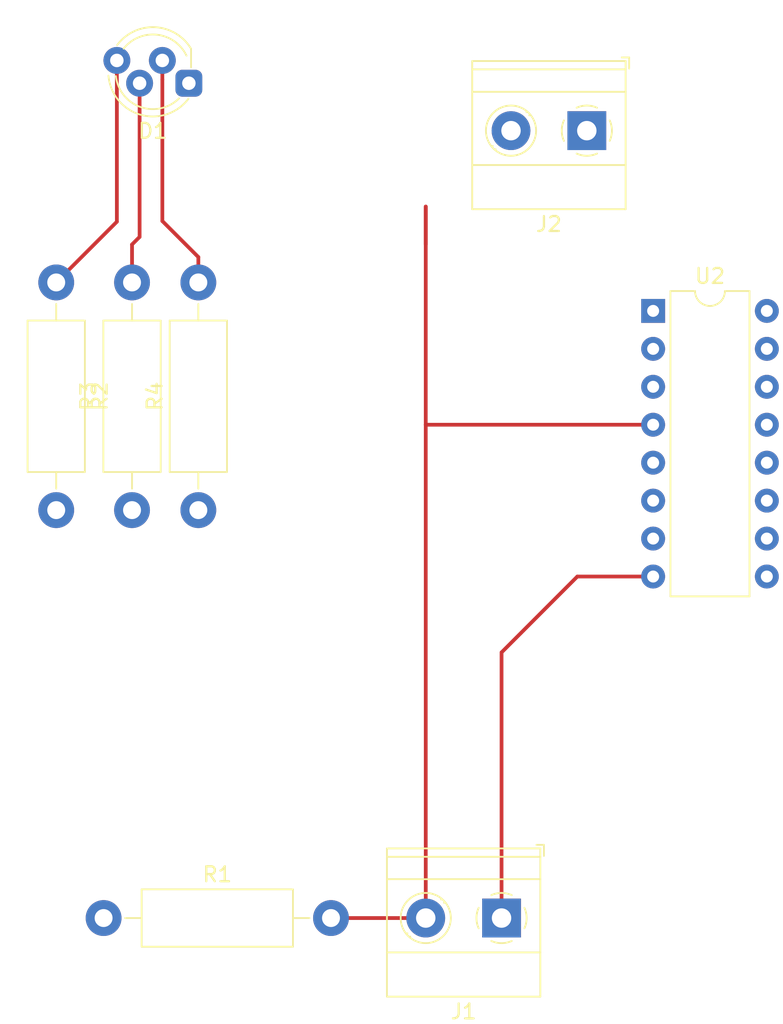
<source format=kicad_pcb>
(kicad_pcb (version 20171130) (host pcbnew "(5.1.4)-1")

  (general
    (thickness 1.6)
    (drawings 0)
    (tracks 17)
    (zones 0)
    (modules 8)
    (nets 21)
  )

  (page A4)
  (layers
    (0 F.Cu signal)
    (31 B.Cu signal)
    (32 B.Adhes user)
    (33 F.Adhes user)
    (34 B.Paste user)
    (35 F.Paste user)
    (36 B.SilkS user)
    (37 F.SilkS user)
    (38 B.Mask user)
    (39 F.Mask user)
    (40 Dwgs.User user)
    (41 Cmts.User user)
    (42 Eco1.User user)
    (43 Eco2.User user)
    (44 Edge.Cuts user)
    (45 Margin user)
    (46 B.CrtYd user)
    (47 F.CrtYd user)
    (48 B.Fab user)
    (49 F.Fab user)
  )

  (setup
    (last_trace_width 0.25)
    (trace_clearance 0.2)
    (zone_clearance 0.508)
    (zone_45_only no)
    (trace_min 0.2)
    (via_size 0.8)
    (via_drill 0.4)
    (via_min_size 0.4)
    (via_min_drill 0.3)
    (uvia_size 0.3)
    (uvia_drill 0.1)
    (uvias_allowed no)
    (uvia_min_size 0.2)
    (uvia_min_drill 0.1)
    (edge_width 0.05)
    (segment_width 0.2)
    (pcb_text_width 0.3)
    (pcb_text_size 1.5 1.5)
    (mod_edge_width 0.12)
    (mod_text_size 1 1)
    (mod_text_width 0.15)
    (pad_size 1.524 1.524)
    (pad_drill 0.762)
    (pad_to_mask_clearance 0.051)
    (solder_mask_min_width 0.25)
    (aux_axis_origin 0 0)
    (visible_elements FFFFFF7F)
    (pcbplotparams
      (layerselection 0x010fc_ffffffff)
      (usegerberextensions false)
      (usegerberattributes false)
      (usegerberadvancedattributes false)
      (creategerberjobfile false)
      (excludeedgelayer true)
      (linewidth 0.100000)
      (plotframeref false)
      (viasonmask false)
      (mode 1)
      (useauxorigin false)
      (hpglpennumber 1)
      (hpglpenspeed 20)
      (hpglpendiameter 15.000000)
      (psnegative false)
      (psa4output false)
      (plotreference true)
      (plotvalue true)
      (plotinvisibletext false)
      (padsonsilk false)
      (subtractmaskfromsilk false)
      (outputformat 1)
      (mirror false)
      (drillshape 1)
      (scaleselection 1)
      (outputdirectory ""))
  )

  (net 0 "")
  (net 1 "Net-(D1-Pad4)")
  (net 2 "Net-(D1-Pad3)")
  (net 3 "Net-(D1-Pad2)")
  (net 4 "Net-(D1-Pad1)")
  (net 5 "Net-(J1-Pad2)")
  (net 6 "Net-(J1-Pad1)")
  (net 7 "Net-(J2-Pad1)")
  (net 8 "Net-(J2-Pad2)")
  (net 9 "Net-(R1-Pad1)")
  (net 10 "Net-(R2-Pad2)")
  (net 11 "Net-(R3-Pad1)")
  (net 12 "Net-(R4-Pad1)")
  (net 13 "Net-(U1-Pad~)")
  (net 14 "Net-(U2-Pad9)")
  (net 15 "Net-(U2-Pad10)")
  (net 16 "Net-(U2-Pad11)")
  (net 17 "Net-(U2-Pad12)")
  (net 18 "Net-(U2-Pad13)")
  (net 19 "Net-(U2-Pad14)")
  (net 20 "Net-(U2-Pad15)")

  (net_class Default "This is the default net class."
    (clearance 0.2)
    (trace_width 0.25)
    (via_dia 0.8)
    (via_drill 0.4)
    (uvia_dia 0.3)
    (uvia_drill 0.1)
    (add_net "Net-(D1-Pad1)")
    (add_net "Net-(D1-Pad2)")
    (add_net "Net-(D1-Pad3)")
    (add_net "Net-(D1-Pad4)")
    (add_net "Net-(J1-Pad1)")
    (add_net "Net-(J1-Pad2)")
    (add_net "Net-(J2-Pad1)")
    (add_net "Net-(J2-Pad2)")
    (add_net "Net-(R1-Pad1)")
    (add_net "Net-(R2-Pad2)")
    (add_net "Net-(R3-Pad1)")
    (add_net "Net-(R4-Pad1)")
    (add_net "Net-(U1-Pad~)")
    (add_net "Net-(U2-Pad10)")
    (add_net "Net-(U2-Pad11)")
    (add_net "Net-(U2-Pad12)")
    (add_net "Net-(U2-Pad13)")
    (add_net "Net-(U2-Pad14)")
    (add_net "Net-(U2-Pad15)")
    (add_net "Net-(U2-Pad9)")
  )

  (module LED_THT:LED_D5.0mm-4_RGB_Staggered_Pins (layer F.Cu) (tedit 5B74F6B5) (tstamp 5E8816FE)
    (at 145.415 66.04 180)
    (descr "LED, diameter 5.0mm, 2 pins, diameter 5.0mm, 3 pins, diameter 5.0mm, 4 pins, http://www.kingbright.com/attachments/file/psearch/000/00/00/L-154A4SUREQBFZGEW(Ver.9A).pdf")
    (tags "LED diameter 5.0mm 2 pins diameter 5.0mm 3 pins diameter 5.0mm 4 pins RGB RGBLED")
    (path /5E87F35C)
    (fp_text reference D1 (at 2.413 -3.198) (layer F.SilkS)
      (effects (font (size 1 1) (thickness 0.15)))
    )
    (fp_text value LED_ARGB (at 2.667 4.722) (layer F.Fab)
      (effects (font (size 1 1) (thickness 0.15)))
    )
    (fp_line (start -0.147 1.061188) (end -0.147 2.307) (layer F.SilkS) (width 0.12))
    (fp_line (start -0.087 -0.707694) (end -0.087 2.231694) (layer F.Fab) (width 0.1))
    (fp_circle (center 2.413 0.762) (end 4.913 0.762) (layer F.Fab) (width 0.1))
    (fp_arc (start 2.413 0.762) (end 0.158316 1.842) (angle -116) (layer F.SilkS) (width 0.12))
    (fp_arc (start 2.413 0.762) (end -0.147 2.30683) (angle -112) (layer F.SilkS) (width 0.12))
    (fp_arc (start 2.413 0.762) (end 0.028 -1.038) (angle 138) (layer F.SilkS) (width 0.12))
    (fp_arc (start 2.413 0.762) (end -0.087 -0.707694) (angle 299.1) (layer F.Fab) (width 0.1))
    (fp_arc (start 2.413 0.762) (end 0.660401 -1.015999) (angle 128) (layer F.SilkS) (width 0.12))
    (fp_text user %R (at 2.413 -3.198) (layer F.Fab)
      (effects (font (size 1 1) (thickness 0.15)))
    )
    (fp_line (start 5.84 -2.49) (end 5.84 4.01) (layer F.CrtYd) (width 0.05))
    (fp_line (start 5.84 4.01) (end -1.02 4.01) (layer F.CrtYd) (width 0.05))
    (fp_line (start -1.02 4.01) (end -1.02 -2.49) (layer F.CrtYd) (width 0.05))
    (fp_line (start -1.02 -2.49) (end 5.83 -2.49) (layer F.CrtYd) (width 0.05))
    (pad 4 thru_hole circle (at 4.826 1.524 180) (size 1.8 1.8) (drill 0.9) (layers *.Cu *.Mask)
      (net 1 "Net-(D1-Pad4)"))
    (pad 3 thru_hole circle (at 3.302 0 180) (size 1.8 1.8) (drill 0.9) (layers *.Cu *.Mask)
      (net 2 "Net-(D1-Pad3)"))
    (pad 2 thru_hole circle (at 1.778 1.524 180) (size 1.8 1.8) (drill 0.9) (layers *.Cu *.Mask)
      (net 3 "Net-(D1-Pad2)"))
    (pad 1 thru_hole roundrect (at 0 0 180) (size 1.8 1.8) (drill 0.9) (layers *.Cu *.Mask) (roundrect_rratio 0.25)
      (net 4 "Net-(D1-Pad1)"))
    (model ${KISYS3DMOD}/LED_THT.3dshapes/LED_D5.0mm-4_RGB_Staggered_Pins.wrl
      (at (xyz 0 0 0))
      (scale (xyz 1 1 1))
      (rotate (xyz 0 0 0))
    )
  )

  (module TerminalBlock_Phoenix:TerminalBlock_Phoenix_MKDS-1,5-2-5.08_1x02_P5.08mm_Horizontal (layer F.Cu) (tedit 5B294EBC) (tstamp 5E88172A)
    (at 166.37 121.92 180)
    (descr "Terminal Block Phoenix MKDS-1,5-2-5.08, 2 pins, pitch 5.08mm, size 10.2x9.8mm^2, drill diamater 1.3mm, pad diameter 2.6mm, see http://www.farnell.com/datasheets/100425.pdf, script-generated using https://github.com/pointhi/kicad-footprint-generator/scripts/TerminalBlock_Phoenix")
    (tags "THT Terminal Block Phoenix MKDS-1,5-2-5.08 pitch 5.08mm size 10.2x9.8mm^2 drill 1.3mm pad 2.6mm")
    (path /5E8A5A25)
    (fp_text reference J1 (at 2.54 -6.26) (layer F.SilkS)
      (effects (font (size 1 1) (thickness 0.15)))
    )
    (fp_text value Conn_01x02_Male (at 2.54 5.66) (layer F.Fab)
      (effects (font (size 1 1) (thickness 0.15)))
    )
    (fp_text user %R (at 2.54 3.2) (layer F.Fab)
      (effects (font (size 1 1) (thickness 0.15)))
    )
    (fp_line (start 8.13 -5.71) (end -3.04 -5.71) (layer F.CrtYd) (width 0.05))
    (fp_line (start 8.13 5.1) (end 8.13 -5.71) (layer F.CrtYd) (width 0.05))
    (fp_line (start -3.04 5.1) (end 8.13 5.1) (layer F.CrtYd) (width 0.05))
    (fp_line (start -3.04 -5.71) (end -3.04 5.1) (layer F.CrtYd) (width 0.05))
    (fp_line (start -2.84 4.9) (end -2.34 4.9) (layer F.SilkS) (width 0.12))
    (fp_line (start -2.84 4.16) (end -2.84 4.9) (layer F.SilkS) (width 0.12))
    (fp_line (start 3.853 1.023) (end 3.806 1.069) (layer F.SilkS) (width 0.12))
    (fp_line (start 6.15 -1.275) (end 6.115 -1.239) (layer F.SilkS) (width 0.12))
    (fp_line (start 4.046 1.239) (end 4.011 1.274) (layer F.SilkS) (width 0.12))
    (fp_line (start 6.355 -1.069) (end 6.308 -1.023) (layer F.SilkS) (width 0.12))
    (fp_line (start 6.035 -1.138) (end 3.943 0.955) (layer F.Fab) (width 0.1))
    (fp_line (start 6.218 -0.955) (end 4.126 1.138) (layer F.Fab) (width 0.1))
    (fp_line (start 0.955 -1.138) (end -1.138 0.955) (layer F.Fab) (width 0.1))
    (fp_line (start 1.138 -0.955) (end -0.955 1.138) (layer F.Fab) (width 0.1))
    (fp_line (start 7.68 -5.261) (end 7.68 4.66) (layer F.SilkS) (width 0.12))
    (fp_line (start -2.6 -5.261) (end -2.6 4.66) (layer F.SilkS) (width 0.12))
    (fp_line (start -2.6 4.66) (end 7.68 4.66) (layer F.SilkS) (width 0.12))
    (fp_line (start -2.6 -5.261) (end 7.68 -5.261) (layer F.SilkS) (width 0.12))
    (fp_line (start -2.6 -2.301) (end 7.68 -2.301) (layer F.SilkS) (width 0.12))
    (fp_line (start -2.54 -2.3) (end 7.62 -2.3) (layer F.Fab) (width 0.1))
    (fp_line (start -2.6 2.6) (end 7.68 2.6) (layer F.SilkS) (width 0.12))
    (fp_line (start -2.54 2.6) (end 7.62 2.6) (layer F.Fab) (width 0.1))
    (fp_line (start -2.6 4.1) (end 7.68 4.1) (layer F.SilkS) (width 0.12))
    (fp_line (start -2.54 4.1) (end 7.62 4.1) (layer F.Fab) (width 0.1))
    (fp_line (start -2.54 4.1) (end -2.54 -5.2) (layer F.Fab) (width 0.1))
    (fp_line (start -2.04 4.6) (end -2.54 4.1) (layer F.Fab) (width 0.1))
    (fp_line (start 7.62 4.6) (end -2.04 4.6) (layer F.Fab) (width 0.1))
    (fp_line (start 7.62 -5.2) (end 7.62 4.6) (layer F.Fab) (width 0.1))
    (fp_line (start -2.54 -5.2) (end 7.62 -5.2) (layer F.Fab) (width 0.1))
    (fp_circle (center 5.08 0) (end 6.76 0) (layer F.SilkS) (width 0.12))
    (fp_circle (center 5.08 0) (end 6.58 0) (layer F.Fab) (width 0.1))
    (fp_circle (center 0 0) (end 1.5 0) (layer F.Fab) (width 0.1))
    (fp_arc (start 0 0) (end -0.684 1.535) (angle -25) (layer F.SilkS) (width 0.12))
    (fp_arc (start 0 0) (end -1.535 -0.684) (angle -48) (layer F.SilkS) (width 0.12))
    (fp_arc (start 0 0) (end 0.684 -1.535) (angle -48) (layer F.SilkS) (width 0.12))
    (fp_arc (start 0 0) (end 1.535 0.684) (angle -48) (layer F.SilkS) (width 0.12))
    (fp_arc (start 0 0) (end 0 1.68) (angle -24) (layer F.SilkS) (width 0.12))
    (pad 2 thru_hole circle (at 5.08 0 180) (size 2.6 2.6) (drill 1.3) (layers *.Cu *.Mask)
      (net 5 "Net-(J1-Pad2)"))
    (pad 1 thru_hole rect (at 0 0 180) (size 2.6 2.6) (drill 1.3) (layers *.Cu *.Mask)
      (net 6 "Net-(J1-Pad1)"))
    (model ${KISYS3DMOD}/TerminalBlock_Phoenix.3dshapes/TerminalBlock_Phoenix_MKDS-1,5-2-5.08_1x02_P5.08mm_Horizontal.wrl
      (at (xyz 0 0 0))
      (scale (xyz 1 1 1))
      (rotate (xyz 0 0 0))
    )
  )

  (module TerminalBlock_Phoenix:TerminalBlock_Phoenix_MKDS-1,5-2-5.08_1x02_P5.08mm_Horizontal (layer F.Cu) (tedit 5B294EBC) (tstamp 5E881756)
    (at 172.085 69.215 180)
    (descr "Terminal Block Phoenix MKDS-1,5-2-5.08, 2 pins, pitch 5.08mm, size 10.2x9.8mm^2, drill diamater 1.3mm, pad diameter 2.6mm, see http://www.farnell.com/datasheets/100425.pdf, script-generated using https://github.com/pointhi/kicad-footprint-generator/scripts/TerminalBlock_Phoenix")
    (tags "THT Terminal Block Phoenix MKDS-1,5-2-5.08 pitch 5.08mm size 10.2x9.8mm^2 drill 1.3mm pad 2.6mm")
    (path /5E87FCC4)
    (fp_text reference J2 (at 2.54 -6.26) (layer F.SilkS)
      (effects (font (size 1 1) (thickness 0.15)))
    )
    (fp_text value Conn_01x02_Female (at 2.54 5.66) (layer F.Fab)
      (effects (font (size 1 1) (thickness 0.15)))
    )
    (fp_arc (start 0 0) (end 0 1.68) (angle -24) (layer F.SilkS) (width 0.12))
    (fp_arc (start 0 0) (end 1.535 0.684) (angle -48) (layer F.SilkS) (width 0.12))
    (fp_arc (start 0 0) (end 0.684 -1.535) (angle -48) (layer F.SilkS) (width 0.12))
    (fp_arc (start 0 0) (end -1.535 -0.684) (angle -48) (layer F.SilkS) (width 0.12))
    (fp_arc (start 0 0) (end -0.684 1.535) (angle -25) (layer F.SilkS) (width 0.12))
    (fp_circle (center 0 0) (end 1.5 0) (layer F.Fab) (width 0.1))
    (fp_circle (center 5.08 0) (end 6.58 0) (layer F.Fab) (width 0.1))
    (fp_circle (center 5.08 0) (end 6.76 0) (layer F.SilkS) (width 0.12))
    (fp_line (start -2.54 -5.2) (end 7.62 -5.2) (layer F.Fab) (width 0.1))
    (fp_line (start 7.62 -5.2) (end 7.62 4.6) (layer F.Fab) (width 0.1))
    (fp_line (start 7.62 4.6) (end -2.04 4.6) (layer F.Fab) (width 0.1))
    (fp_line (start -2.04 4.6) (end -2.54 4.1) (layer F.Fab) (width 0.1))
    (fp_line (start -2.54 4.1) (end -2.54 -5.2) (layer F.Fab) (width 0.1))
    (fp_line (start -2.54 4.1) (end 7.62 4.1) (layer F.Fab) (width 0.1))
    (fp_line (start -2.6 4.1) (end 7.68 4.1) (layer F.SilkS) (width 0.12))
    (fp_line (start -2.54 2.6) (end 7.62 2.6) (layer F.Fab) (width 0.1))
    (fp_line (start -2.6 2.6) (end 7.68 2.6) (layer F.SilkS) (width 0.12))
    (fp_line (start -2.54 -2.3) (end 7.62 -2.3) (layer F.Fab) (width 0.1))
    (fp_line (start -2.6 -2.301) (end 7.68 -2.301) (layer F.SilkS) (width 0.12))
    (fp_line (start -2.6 -5.261) (end 7.68 -5.261) (layer F.SilkS) (width 0.12))
    (fp_line (start -2.6 4.66) (end 7.68 4.66) (layer F.SilkS) (width 0.12))
    (fp_line (start -2.6 -5.261) (end -2.6 4.66) (layer F.SilkS) (width 0.12))
    (fp_line (start 7.68 -5.261) (end 7.68 4.66) (layer F.SilkS) (width 0.12))
    (fp_line (start 1.138 -0.955) (end -0.955 1.138) (layer F.Fab) (width 0.1))
    (fp_line (start 0.955 -1.138) (end -1.138 0.955) (layer F.Fab) (width 0.1))
    (fp_line (start 6.218 -0.955) (end 4.126 1.138) (layer F.Fab) (width 0.1))
    (fp_line (start 6.035 -1.138) (end 3.943 0.955) (layer F.Fab) (width 0.1))
    (fp_line (start 6.355 -1.069) (end 6.308 -1.023) (layer F.SilkS) (width 0.12))
    (fp_line (start 4.046 1.239) (end 4.011 1.274) (layer F.SilkS) (width 0.12))
    (fp_line (start 6.15 -1.275) (end 6.115 -1.239) (layer F.SilkS) (width 0.12))
    (fp_line (start 3.853 1.023) (end 3.806 1.069) (layer F.SilkS) (width 0.12))
    (fp_line (start -2.84 4.16) (end -2.84 4.9) (layer F.SilkS) (width 0.12))
    (fp_line (start -2.84 4.9) (end -2.34 4.9) (layer F.SilkS) (width 0.12))
    (fp_line (start -3.04 -5.71) (end -3.04 5.1) (layer F.CrtYd) (width 0.05))
    (fp_line (start -3.04 5.1) (end 8.13 5.1) (layer F.CrtYd) (width 0.05))
    (fp_line (start 8.13 5.1) (end 8.13 -5.71) (layer F.CrtYd) (width 0.05))
    (fp_line (start 8.13 -5.71) (end -3.04 -5.71) (layer F.CrtYd) (width 0.05))
    (fp_text user %R (at 2.54 3.2) (layer F.Fab)
      (effects (font (size 1 1) (thickness 0.15)))
    )
    (pad 1 thru_hole rect (at 0 0 180) (size 2.6 2.6) (drill 1.3) (layers *.Cu *.Mask)
      (net 7 "Net-(J2-Pad1)"))
    (pad 2 thru_hole circle (at 5.08 0 180) (size 2.6 2.6) (drill 1.3) (layers *.Cu *.Mask)
      (net 8 "Net-(J2-Pad2)"))
    (model ${KISYS3DMOD}/TerminalBlock_Phoenix.3dshapes/TerminalBlock_Phoenix_MKDS-1,5-2-5.08_1x02_P5.08mm_Horizontal.wrl
      (at (xyz 0 0 0))
      (scale (xyz 1 1 1))
      (rotate (xyz 0 0 0))
    )
  )

  (module Resistor_THT:R_Axial_DIN0411_L9.9mm_D3.6mm_P15.24mm_Horizontal (layer F.Cu) (tedit 5AE5139B) (tstamp 5E88176D)
    (at 139.7 121.92)
    (descr "Resistor, Axial_DIN0411 series, Axial, Horizontal, pin pitch=15.24mm, 1W, length*diameter=9.9*3.6mm^2")
    (tags "Resistor Axial_DIN0411 series Axial Horizontal pin pitch 15.24mm 1W length 9.9mm diameter 3.6mm")
    (path /5E87CA3F)
    (fp_text reference R1 (at 7.62 -2.92) (layer F.SilkS)
      (effects (font (size 1 1) (thickness 0.15)))
    )
    (fp_text value R (at 7.62 2.92) (layer F.Fab)
      (effects (font (size 1 1) (thickness 0.15)))
    )
    (fp_line (start 2.67 -1.8) (end 2.67 1.8) (layer F.Fab) (width 0.1))
    (fp_line (start 2.67 1.8) (end 12.57 1.8) (layer F.Fab) (width 0.1))
    (fp_line (start 12.57 1.8) (end 12.57 -1.8) (layer F.Fab) (width 0.1))
    (fp_line (start 12.57 -1.8) (end 2.67 -1.8) (layer F.Fab) (width 0.1))
    (fp_line (start 0 0) (end 2.67 0) (layer F.Fab) (width 0.1))
    (fp_line (start 15.24 0) (end 12.57 0) (layer F.Fab) (width 0.1))
    (fp_line (start 2.55 -1.92) (end 2.55 1.92) (layer F.SilkS) (width 0.12))
    (fp_line (start 2.55 1.92) (end 12.69 1.92) (layer F.SilkS) (width 0.12))
    (fp_line (start 12.69 1.92) (end 12.69 -1.92) (layer F.SilkS) (width 0.12))
    (fp_line (start 12.69 -1.92) (end 2.55 -1.92) (layer F.SilkS) (width 0.12))
    (fp_line (start 1.44 0) (end 2.55 0) (layer F.SilkS) (width 0.12))
    (fp_line (start 13.8 0) (end 12.69 0) (layer F.SilkS) (width 0.12))
    (fp_line (start -1.45 -2.05) (end -1.45 2.05) (layer F.CrtYd) (width 0.05))
    (fp_line (start -1.45 2.05) (end 16.69 2.05) (layer F.CrtYd) (width 0.05))
    (fp_line (start 16.69 2.05) (end 16.69 -2.05) (layer F.CrtYd) (width 0.05))
    (fp_line (start 16.69 -2.05) (end -1.45 -2.05) (layer F.CrtYd) (width 0.05))
    (fp_text user %R (at 7.62 0) (layer F.Fab)
      (effects (font (size 1 1) (thickness 0.15)))
    )
    (pad 1 thru_hole circle (at 0 0) (size 2.4 2.4) (drill 1.2) (layers *.Cu *.Mask)
      (net 9 "Net-(R1-Pad1)"))
    (pad 2 thru_hole oval (at 15.24 0) (size 2.4 2.4) (drill 1.2) (layers *.Cu *.Mask)
      (net 5 "Net-(J1-Pad2)"))
    (model ${KISYS3DMOD}/Resistor_THT.3dshapes/R_Axial_DIN0411_L9.9mm_D3.6mm_P15.24mm_Horizontal.wrl
      (at (xyz 0 0 0))
      (scale (xyz 1 1 1))
      (rotate (xyz 0 0 0))
    )
  )

  (module Resistor_THT:R_Axial_DIN0411_L9.9mm_D3.6mm_P15.24mm_Horizontal (layer F.Cu) (tedit 5AE5139B) (tstamp 5E881784)
    (at 136.525 79.375 270)
    (descr "Resistor, Axial_DIN0411 series, Axial, Horizontal, pin pitch=15.24mm, 1W, length*diameter=9.9*3.6mm^2")
    (tags "Resistor Axial_DIN0411 series Axial Horizontal pin pitch 15.24mm 1W length 9.9mm diameter 3.6mm")
    (path /5E87CD55)
    (fp_text reference R2 (at 7.62 -2.92 90) (layer F.SilkS)
      (effects (font (size 1 1) (thickness 0.15)))
    )
    (fp_text value R (at 7.62 2.92 90) (layer F.Fab)
      (effects (font (size 1 1) (thickness 0.15)))
    )
    (fp_text user %R (at 7.62 0 270) (layer F.Fab)
      (effects (font (size 1 1) (thickness 0.15)))
    )
    (fp_line (start 16.69 -2.05) (end -1.45 -2.05) (layer F.CrtYd) (width 0.05))
    (fp_line (start 16.69 2.05) (end 16.69 -2.05) (layer F.CrtYd) (width 0.05))
    (fp_line (start -1.45 2.05) (end 16.69 2.05) (layer F.CrtYd) (width 0.05))
    (fp_line (start -1.45 -2.05) (end -1.45 2.05) (layer F.CrtYd) (width 0.05))
    (fp_line (start 13.8 0) (end 12.69 0) (layer F.SilkS) (width 0.12))
    (fp_line (start 1.44 0) (end 2.55 0) (layer F.SilkS) (width 0.12))
    (fp_line (start 12.69 -1.92) (end 2.55 -1.92) (layer F.SilkS) (width 0.12))
    (fp_line (start 12.69 1.92) (end 12.69 -1.92) (layer F.SilkS) (width 0.12))
    (fp_line (start 2.55 1.92) (end 12.69 1.92) (layer F.SilkS) (width 0.12))
    (fp_line (start 2.55 -1.92) (end 2.55 1.92) (layer F.SilkS) (width 0.12))
    (fp_line (start 15.24 0) (end 12.57 0) (layer F.Fab) (width 0.1))
    (fp_line (start 0 0) (end 2.67 0) (layer F.Fab) (width 0.1))
    (fp_line (start 12.57 -1.8) (end 2.67 -1.8) (layer F.Fab) (width 0.1))
    (fp_line (start 12.57 1.8) (end 12.57 -1.8) (layer F.Fab) (width 0.1))
    (fp_line (start 2.67 1.8) (end 12.57 1.8) (layer F.Fab) (width 0.1))
    (fp_line (start 2.67 -1.8) (end 2.67 1.8) (layer F.Fab) (width 0.1))
    (pad 2 thru_hole oval (at 15.24 0 270) (size 2.4 2.4) (drill 1.2) (layers *.Cu *.Mask)
      (net 10 "Net-(R2-Pad2)"))
    (pad 1 thru_hole circle (at 0 0 270) (size 2.4 2.4) (drill 1.2) (layers *.Cu *.Mask)
      (net 1 "Net-(D1-Pad4)"))
    (model ${KISYS3DMOD}/Resistor_THT.3dshapes/R_Axial_DIN0411_L9.9mm_D3.6mm_P15.24mm_Horizontal.wrl
      (at (xyz 0 0 0))
      (scale (xyz 1 1 1))
      (rotate (xyz 0 0 0))
    )
  )

  (module Resistor_THT:R_Axial_DIN0411_L9.9mm_D3.6mm_P15.24mm_Horizontal (layer F.Cu) (tedit 5AE5139B) (tstamp 5E88179B)
    (at 141.605 94.615 90)
    (descr "Resistor, Axial_DIN0411 series, Axial, Horizontal, pin pitch=15.24mm, 1W, length*diameter=9.9*3.6mm^2")
    (tags "Resistor Axial_DIN0411 series Axial Horizontal pin pitch 15.24mm 1W length 9.9mm diameter 3.6mm")
    (path /5E87D59B)
    (fp_text reference R3 (at 7.62 -2.92 90) (layer F.SilkS)
      (effects (font (size 1 1) (thickness 0.15)))
    )
    (fp_text value R (at 7.62 2.92 90) (layer F.Fab)
      (effects (font (size 1 1) (thickness 0.15)))
    )
    (fp_line (start 2.67 -1.8) (end 2.67 1.8) (layer F.Fab) (width 0.1))
    (fp_line (start 2.67 1.8) (end 12.57 1.8) (layer F.Fab) (width 0.1))
    (fp_line (start 12.57 1.8) (end 12.57 -1.8) (layer F.Fab) (width 0.1))
    (fp_line (start 12.57 -1.8) (end 2.67 -1.8) (layer F.Fab) (width 0.1))
    (fp_line (start 0 0) (end 2.67 0) (layer F.Fab) (width 0.1))
    (fp_line (start 15.24 0) (end 12.57 0) (layer F.Fab) (width 0.1))
    (fp_line (start 2.55 -1.92) (end 2.55 1.92) (layer F.SilkS) (width 0.12))
    (fp_line (start 2.55 1.92) (end 12.69 1.92) (layer F.SilkS) (width 0.12))
    (fp_line (start 12.69 1.92) (end 12.69 -1.92) (layer F.SilkS) (width 0.12))
    (fp_line (start 12.69 -1.92) (end 2.55 -1.92) (layer F.SilkS) (width 0.12))
    (fp_line (start 1.44 0) (end 2.55 0) (layer F.SilkS) (width 0.12))
    (fp_line (start 13.8 0) (end 12.69 0) (layer F.SilkS) (width 0.12))
    (fp_line (start -1.45 -2.05) (end -1.45 2.05) (layer F.CrtYd) (width 0.05))
    (fp_line (start -1.45 2.05) (end 16.69 2.05) (layer F.CrtYd) (width 0.05))
    (fp_line (start 16.69 2.05) (end 16.69 -2.05) (layer F.CrtYd) (width 0.05))
    (fp_line (start 16.69 -2.05) (end -1.45 -2.05) (layer F.CrtYd) (width 0.05))
    (fp_text user %R (at 7.62 0 90) (layer F.Fab)
      (effects (font (size 1 1) (thickness 0.15)))
    )
    (pad 1 thru_hole circle (at 0 0 90) (size 2.4 2.4) (drill 1.2) (layers *.Cu *.Mask)
      (net 11 "Net-(R3-Pad1)"))
    (pad 2 thru_hole oval (at 15.24 0 90) (size 2.4 2.4) (drill 1.2) (layers *.Cu *.Mask)
      (net 2 "Net-(D1-Pad3)"))
    (model ${KISYS3DMOD}/Resistor_THT.3dshapes/R_Axial_DIN0411_L9.9mm_D3.6mm_P15.24mm_Horizontal.wrl
      (at (xyz 0 0 0))
      (scale (xyz 1 1 1))
      (rotate (xyz 0 0 0))
    )
  )

  (module Resistor_THT:R_Axial_DIN0411_L9.9mm_D3.6mm_P15.24mm_Horizontal (layer F.Cu) (tedit 5AE5139B) (tstamp 5E8817B2)
    (at 146.05 94.615 90)
    (descr "Resistor, Axial_DIN0411 series, Axial, Horizontal, pin pitch=15.24mm, 1W, length*diameter=9.9*3.6mm^2")
    (tags "Resistor Axial_DIN0411 series Axial Horizontal pin pitch 15.24mm 1W length 9.9mm diameter 3.6mm")
    (path /5E87D5A1)
    (fp_text reference R4 (at 7.62 -2.92 90) (layer F.SilkS)
      (effects (font (size 1 1) (thickness 0.15)))
    )
    (fp_text value R (at 7.62 2.92 90) (layer F.Fab)
      (effects (font (size 1 1) (thickness 0.15)))
    )
    (fp_text user %R (at 7.62 0 90) (layer F.Fab)
      (effects (font (size 1 1) (thickness 0.15)))
    )
    (fp_line (start 16.69 -2.05) (end -1.45 -2.05) (layer F.CrtYd) (width 0.05))
    (fp_line (start 16.69 2.05) (end 16.69 -2.05) (layer F.CrtYd) (width 0.05))
    (fp_line (start -1.45 2.05) (end 16.69 2.05) (layer F.CrtYd) (width 0.05))
    (fp_line (start -1.45 -2.05) (end -1.45 2.05) (layer F.CrtYd) (width 0.05))
    (fp_line (start 13.8 0) (end 12.69 0) (layer F.SilkS) (width 0.12))
    (fp_line (start 1.44 0) (end 2.55 0) (layer F.SilkS) (width 0.12))
    (fp_line (start 12.69 -1.92) (end 2.55 -1.92) (layer F.SilkS) (width 0.12))
    (fp_line (start 12.69 1.92) (end 12.69 -1.92) (layer F.SilkS) (width 0.12))
    (fp_line (start 2.55 1.92) (end 12.69 1.92) (layer F.SilkS) (width 0.12))
    (fp_line (start 2.55 -1.92) (end 2.55 1.92) (layer F.SilkS) (width 0.12))
    (fp_line (start 15.24 0) (end 12.57 0) (layer F.Fab) (width 0.1))
    (fp_line (start 0 0) (end 2.67 0) (layer F.Fab) (width 0.1))
    (fp_line (start 12.57 -1.8) (end 2.67 -1.8) (layer F.Fab) (width 0.1))
    (fp_line (start 12.57 1.8) (end 12.57 -1.8) (layer F.Fab) (width 0.1))
    (fp_line (start 2.67 1.8) (end 12.57 1.8) (layer F.Fab) (width 0.1))
    (fp_line (start 2.67 -1.8) (end 2.67 1.8) (layer F.Fab) (width 0.1))
    (pad 2 thru_hole oval (at 15.24 0 90) (size 2.4 2.4) (drill 1.2) (layers *.Cu *.Mask)
      (net 3 "Net-(D1-Pad2)"))
    (pad 1 thru_hole circle (at 0 0 90) (size 2.4 2.4) (drill 1.2) (layers *.Cu *.Mask)
      (net 12 "Net-(R4-Pad1)"))
    (model ${KISYS3DMOD}/Resistor_THT.3dshapes/R_Axial_DIN0411_L9.9mm_D3.6mm_P15.24mm_Horizontal.wrl
      (at (xyz 0 0 0))
      (scale (xyz 1 1 1))
      (rotate (xyz 0 0 0))
    )
  )

  (module Package_DIP:DIP-16_W7.62mm (layer F.Cu) (tedit 5A02E8C5) (tstamp 5E8817D6)
    (at 176.53 81.28)
    (descr "16-lead though-hole mounted DIP package, row spacing 7.62 mm (300 mils)")
    (tags "THT DIP DIL PDIP 2.54mm 7.62mm 300mil")
    (path /5E8802C8)
    (fp_text reference U2 (at 3.81 -2.33) (layer F.SilkS)
      (effects (font (size 1 1) (thickness 0.15)))
    )
    (fp_text value L293D (at 3.81 20.11) (layer F.Fab)
      (effects (font (size 1 1) (thickness 0.15)))
    )
    (fp_arc (start 3.81 -1.33) (end 2.81 -1.33) (angle -180) (layer F.SilkS) (width 0.12))
    (fp_line (start 1.635 -1.27) (end 6.985 -1.27) (layer F.Fab) (width 0.1))
    (fp_line (start 6.985 -1.27) (end 6.985 19.05) (layer F.Fab) (width 0.1))
    (fp_line (start 6.985 19.05) (end 0.635 19.05) (layer F.Fab) (width 0.1))
    (fp_line (start 0.635 19.05) (end 0.635 -0.27) (layer F.Fab) (width 0.1))
    (fp_line (start 0.635 -0.27) (end 1.635 -1.27) (layer F.Fab) (width 0.1))
    (fp_line (start 2.81 -1.33) (end 1.16 -1.33) (layer F.SilkS) (width 0.12))
    (fp_line (start 1.16 -1.33) (end 1.16 19.11) (layer F.SilkS) (width 0.12))
    (fp_line (start 1.16 19.11) (end 6.46 19.11) (layer F.SilkS) (width 0.12))
    (fp_line (start 6.46 19.11) (end 6.46 -1.33) (layer F.SilkS) (width 0.12))
    (fp_line (start 6.46 -1.33) (end 4.81 -1.33) (layer F.SilkS) (width 0.12))
    (fp_line (start -1.1 -1.55) (end -1.1 19.3) (layer F.CrtYd) (width 0.05))
    (fp_line (start -1.1 19.3) (end 8.7 19.3) (layer F.CrtYd) (width 0.05))
    (fp_line (start 8.7 19.3) (end 8.7 -1.55) (layer F.CrtYd) (width 0.05))
    (fp_line (start 8.7 -1.55) (end -1.1 -1.55) (layer F.CrtYd) (width 0.05))
    (fp_text user %R (at 3.81 8.89) (layer F.Fab)
      (effects (font (size 1 1) (thickness 0.15)))
    )
    (pad 1 thru_hole rect (at 0 0) (size 1.6 1.6) (drill 0.8) (layers *.Cu *.Mask)
      (net 13 "Net-(U1-Pad~)"))
    (pad 9 thru_hole oval (at 7.62 17.78) (size 1.6 1.6) (drill 0.8) (layers *.Cu *.Mask)
      (net 14 "Net-(U2-Pad9)"))
    (pad 2 thru_hole oval (at 0 2.54) (size 1.6 1.6) (drill 0.8) (layers *.Cu *.Mask)
      (net 13 "Net-(U1-Pad~)"))
    (pad 10 thru_hole oval (at 7.62 15.24) (size 1.6 1.6) (drill 0.8) (layers *.Cu *.Mask)
      (net 15 "Net-(U2-Pad10)"))
    (pad 3 thru_hole oval (at 0 5.08) (size 1.6 1.6) (drill 0.8) (layers *.Cu *.Mask)
      (net 7 "Net-(J2-Pad1)"))
    (pad 11 thru_hole oval (at 7.62 12.7) (size 1.6 1.6) (drill 0.8) (layers *.Cu *.Mask)
      (net 16 "Net-(U2-Pad11)"))
    (pad 4 thru_hole oval (at 0 7.62) (size 1.6 1.6) (drill 0.8) (layers *.Cu *.Mask)
      (net 5 "Net-(J1-Pad2)"))
    (pad 12 thru_hole oval (at 7.62 10.16) (size 1.6 1.6) (drill 0.8) (layers *.Cu *.Mask)
      (net 17 "Net-(U2-Pad12)"))
    (pad 5 thru_hole oval (at 0 10.16) (size 1.6 1.6) (drill 0.8) (layers *.Cu *.Mask)
      (net 5 "Net-(J1-Pad2)"))
    (pad 13 thru_hole oval (at 7.62 7.62) (size 1.6 1.6) (drill 0.8) (layers *.Cu *.Mask)
      (net 18 "Net-(U2-Pad13)"))
    (pad 6 thru_hole oval (at 0 12.7) (size 1.6 1.6) (drill 0.8) (layers *.Cu *.Mask)
      (net 8 "Net-(J2-Pad2)"))
    (pad 14 thru_hole oval (at 7.62 5.08) (size 1.6 1.6) (drill 0.8) (layers *.Cu *.Mask)
      (net 19 "Net-(U2-Pad14)"))
    (pad 7 thru_hole oval (at 0 15.24) (size 1.6 1.6) (drill 0.8) (layers *.Cu *.Mask)
      (net 13 "Net-(U1-Pad~)"))
    (pad 15 thru_hole oval (at 7.62 2.54) (size 1.6 1.6) (drill 0.8) (layers *.Cu *.Mask)
      (net 20 "Net-(U2-Pad15)"))
    (pad 8 thru_hole oval (at 0 17.78) (size 1.6 1.6) (drill 0.8) (layers *.Cu *.Mask)
      (net 6 "Net-(J1-Pad1)"))
    (pad 16 thru_hole oval (at 7.62 0) (size 1.6 1.6) (drill 0.8) (layers *.Cu *.Mask)
      (net 13 "Net-(U1-Pad~)"))
    (model ${KISYS3DMOD}/Package_DIP.3dshapes/DIP-16_W7.62mm.wrl
      (at (xyz 0 0 0))
      (scale (xyz 1 1 1))
      (rotate (xyz 0 0 0))
    )
  )

  (segment (start 140.589 75.311) (end 140.589 64.516) (width 0.25) (layer F.Cu) (net 1))
  (segment (start 136.525 79.375) (end 140.589 75.311) (width 0.25) (layer F.Cu) (net 1))
  (segment (start 141.605 79.375) (end 141.605 76.835) (width 0.25) (layer F.Cu) (net 2))
  (segment (start 142.113 76.327) (end 142.113 66.04) (width 0.25) (layer F.Cu) (net 2))
  (segment (start 141.605 76.835) (end 142.113 76.327) (width 0.25) (layer F.Cu) (net 2))
  (segment (start 143.637 65.788792) (end 143.637 64.516) (width 0.25) (layer F.Cu) (net 3))
  (segment (start 143.637 75.264944) (end 143.637 65.788792) (width 0.25) (layer F.Cu) (net 3))
  (segment (start 146.05 77.677944) (end 143.637 75.264944) (width 0.25) (layer F.Cu) (net 3))
  (segment (start 146.05 79.375) (end 146.05 77.677944) (width 0.25) (layer F.Cu) (net 3))
  (segment (start 161.29 74.295) (end 161.29 76.835) (width 0.25) (layer F.Cu) (net 5))
  (segment (start 176.53 88.9) (end 161.29 88.9) (width 0.25) (layer F.Cu) (net 5))
  (segment (start 161.29 121.92) (end 161.29 88.9) (width 0.25) (layer F.Cu) (net 5))
  (segment (start 161.29 88.9) (end 161.29 74.295) (width 0.25) (layer F.Cu) (net 5))
  (segment (start 154.94 121.92) (end 161.29 121.92) (width 0.25) (layer F.Cu) (net 5))
  (segment (start 171.45 99.06) (end 176.53 99.06) (width 0.25) (layer F.Cu) (net 6))
  (segment (start 166.37 121.92) (end 166.37 104.14) (width 0.25) (layer F.Cu) (net 6))
  (segment (start 166.37 104.14) (end 171.45 99.06) (width 0.25) (layer F.Cu) (net 6))

)

</source>
